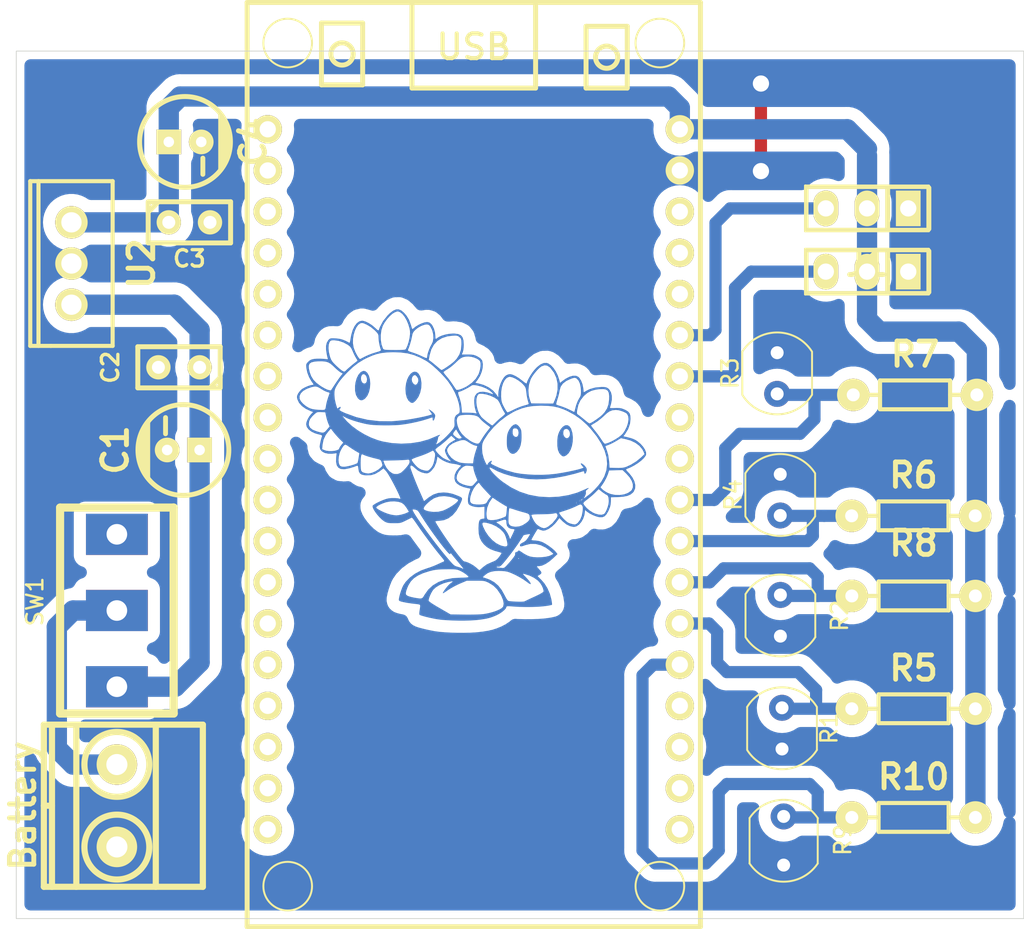
<source format=kicad_pcb>
(kicad_pcb (version 20221018) (generator pcbnew)
  (layers (0 "F.Cu" signal) (31 "B.Cu" signal) (34 "B.Paste" user) (35 "F.Paste" user) (36 "B.SilkS" user "B.Silkscreen") (37 "F.SilkS" user "F.Silkscreen") (38 "B.Mask" user) (39 "F.Mask" user) (44 "Edge.Cuts" user))
  (net 0 "")
  (net 1 "VCC")
  (net 2 "GND")
  (net 3 "+5V")
  (net 4 "/Servo Y")
  (net 5 "/Servo X")
  (net 6 "Net-(J3-Pin_1)")
  (net 7 "/LDR U.R")
  (net 8 "/LDR U.L")
  (net 9 "/LDR D.L")
  (net 10 "/LDR D.R")
  (net 39 "/LDR SetPoint")
  (footprint "EESTN5:BORNERA2" (layer "F.Cu") (at 120.7 121.24 -90)
    (fp_text reference "J3" hide)
    (fp_text value "Battery")
  )
  (footprint "OptoDevice:R_LDR_4.9x4.2mm_P2.54mm_Vertical" (layer "F.Cu") (at 161.59 103.34 90)
    (fp_text reference "R4")
    (fp_text value "LDR03")
  )
  (footprint "EESTN5:RES0.3" (layer "F.Cu") (at 169.81 121.95949)
    (fp_text reference "R10")
    (fp_text value "10k" hide)
  )
  (footprint "EESTN5:RES0.3" (layer "F.Cu") (at 169.9 95.9)
    (fp_text reference "R7")
    (fp_text value "10k" hide)
  )
  (footprint "EESTN5:Pin_Header_3" (layer "F.Cu") (at 166.94 84.4 180)
    (fp_text reference "J1")
    (fp_text value "Conn_01x03" hide)
  )
  (footprint "EESTN5:TO-220" (layer "F.Cu") (at 117.9 87.8 90)
    (fp_text reference "U2")
    (fp_text value "L7805" hide)
  )
  (footprint "EESTN5:SW_SPDT_TH_Vertical" (layer "F.Cu") (at 120.7 109.2)
    (fp_text reference "SW1")
    (fp_text value "SW_SPDT" hide)
  )
  (footprint "EESTN5:RES0.3" (layer "F.Cu") (at 169.81 115.25949)
    (fp_text reference "R5")
    (fp_text value "10k" hide)
  )
  (footprint "EESTN5:RES0.3" (layer "F.Cu") (at 169.81 108.3)
    (fp_text reference "R8")
    (fp_text value "10k" hide)
  )
  (footprint "OptoDevice:R_LDR_4.9x4.2mm_P2.54mm_Vertical" (layer "F.Cu") (at 161.7 115.2 -90)
    (fp_text reference "R1")
    (fp_text value "LDR03")
  )
  (footprint "EESTN5:CAP_ELEC_5x11mm" (layer "F.Cu") (at 124.8 99.3 90)
    (fp_text reference "C1")
    (fp_text value "100uF 25V" hide)
  )
  (footprint "OptoDevice:R_LDR_4.9x4.2mm_P2.54mm_Vertical" (layer "F.Cu") (at 161.4 95.84 90)
    (fp_text reference "R3")
    (fp_text value "LDR03")
  )
  (footprint "OptoDevice:R_LDR_4.9x4.2mm_P2.54mm_Vertical" (layer "F.Cu") (at 161.6 108.24 -90)
    (fp_text reference "R2")
    (fp_text value "LDR03")
  )
  (footprint "OptoDevice:R_LDR_5.0x4.1mm_P3mm_Vertical" (layer "F.Cu") (at 161.8 121.9 -90)
    (fp_text reference "R9")
    (fp_text value "LDR03")
  )
  (footprint "EESTN5:CAP_0.1" (layer "F.Cu") (at 125.17 85.26)
    (fp_text reference "C3")
    (fp_text value "100nF" hide)
  )
  (footprint "EESTN5:CAP_ELEC_5x11mm" (layer "F.Cu") (at 124.9 80.3 -90)
    (fp_text reference "C4")
    (fp_text value "10uF 16V" hide)
  )
  (footprint "EESTN5:CAP_0.1" (layer "F.Cu") (at 124.53 94.2 180)
    (fp_text reference "C2")
    (fp_text value "100nF" hide)
  )
  (footprint "EESTN5:RES0.3" (layer "F.Cu") (at 169.8 103.36)
    (fp_text reference "R6")
    (fp_text value "10k" hide)
  )
  (footprint "EESTN5:Pin_Header_3" (layer "F.Cu") (at 166.94 88.3 180)
    (fp_text reference "J2" hide)
    (fp_text value "Conn_01x03" hide)
  )
  (footprint "EESTN5:ESP32_DEVKIT_V1_DOIT" (layer "F.Cu") (at 142.7 102.38 90)
    (fp_text reference "U1" hide)
    (fp_text value "ESP32_DevKit_V1_DOIT" hide)
  )
  (footprint "sunflower pvz:Sunflower pvz" (layer "B.Cu") (at 142.5 100 180)
    (fp_text reference "G***" hide)
    (fp_text value "LOGO" hide)
  )
  (gr_rect (start 114.5 74.7) (end 176.6 128.2) (stroke (width 0.05)) (fill none) (layer "Edge.Cuts"))
  (segment (start 125.8 94.3) (end 125.9 94.2) (width 1.25) (layer "B.Cu") (net 1))
  (segment (start 124.3 113.9) (end 125.8 112.4) (width 1.25) (layer "B.Cu") (net 1))
  (segment (start 125.8 91.9) (end 125.8 94.2) (width 1.25) (layer "B.Cu") (net 1))
  (segment (start 120.7 113.9) (end 124.3 113.9) (width 1.25) (layer "B.Cu") (net 1))
  (segment (start 125.8 94.2) (end 125.8 99.3) (width 1.25) (layer "B.Cu") (net 1))
  (segment (start 117.9 90.34) (end 124.24 90.34) (width 1.25) (layer "B.Cu") (net 1))
  (segment (start 125.8 99.3) (end 125.8 112.4) (width 1.25) (layer "B.Cu") (net 1))
  (segment (start 124.24 90.34) (end 125.8 91.9) (width 1.25) (layer "B.Cu") (net 1))
  (segment (start 160.4 82.1) (end 160.4 76.7) (width 0.75) (layer "F.Cu") (net 2))
  (via (at 160.4 82.1) (size 1.2) (drill 1) (layers "F.Cu" "B.Cu") (net 2))
  (via (at 160.4 76.7) (size 1.2) (drill 1) (layers "F.Cu" "B.Cu") (net 2))
  (segment (start 172.6 92) (end 173.71 93.11) (width 1.25) (layer "B.Cu") (net 3))
  (segment (start 154.7 77.5) (end 155.4 78.2) (width 1.25) (layer "B.Cu") (net 3))
  (segment (start 173.61 108.29) (end 173.62 108.3) (width 1.25) (layer "B.Cu") (net 3))
  (segment (start 173.71 95.9) (end 173.71 103.26) (width 1.25) (layer "B.Cu") (net 3))
  (segment (start 166.94 88.3) (end 166.94 91.24) (width 1.25) (layer "B.Cu") (net 3))
  (segment (start 166.94 81.14) (end 166.94 88.3) (width 1.25) (layer "B.Cu") (net 3))
  (segment (start 173.71 103.26) (end 173.61 103.36) (width 1.25) (layer "B.Cu") (net 3))
  (segment (start 123.9 78.2) (end 124.6 77.5) (width 1.25) (layer "B.Cu") (net 3))
  (segment (start 123.9 85.26) (end 117.9 85.26) (width 1.25) (layer "B.Cu") (net 3))
  (segment (start 124.6 77.5) (end 154.7 77.5) (width 1.25) (layer "B.Cu") (net 3))
  (segment (start 155.4 79.52) (end 165.72 79.52) (width 1.25) (layer "B.Cu") (net 3))
  (segment (start 165.72 79.52) (end 166.94 80.74) (width 1.25) (layer "B.Cu") (net 3))
  (segment (start 155.4 78.2) (end 155.4 79.52) (width 1.25) (layer "B.Cu") (net 3))
  (segment (start 123.9 80.3) (end 123.9 78.2) (width 1.25) (layer "B.Cu") (net 3))
  (segment (start 123.9 85.26) (end 123.9 80.3) (width 1.25) (layer "B.Cu") (net 3))
  (segment (start 173.62 108.3) (end 173.62 115.25949) (width 1.25) (layer "B.Cu") (net 3))
  (segment (start 173.71 93.11) (end 173.71 95.9) (width 1.25) (layer "B.Cu") (net 3))
  (segment (start 173.61 103.36) (end 173.61 108.29) (width 1.25) (layer "B.Cu") (net 3))
  (segment (start 166.94 91.24) (end 167.7 92) (width 1.25) (layer "B.Cu") (net 3))
  (segment (start 167.7 92) (end 172.6 92) (width 1.25) (layer "B.Cu") (net 3))
  (segment (start 173.62 115.25949) (end 173.62 121.95949) (width 1.25) (layer "B.Cu") (net 3))
  (segment (start 157.6 85.3) (end 158.5 84.4) (width 0.75) (layer "B.Cu") (net 4))
  (segment (start 155.4 92.22) (end 157.28 92.22) (width 0.75) (layer "B.Cu") (net 4))
  (segment (start 158.5 84.4) (end 164.4 84.4) (width 0.75) (layer "B.Cu") (net 4))
  (segment (start 157.28 92.22) (end 157.6 91.9) (width 0.75) (layer "B.Cu") (net 4))
  (segment (start 157.6 91.9) (end 157.6 85.3) (width 0.75) (layer "B.Cu") (net 4))
  (segment (start 158.7 94.7) (end 158.64 94.76) (width 0.75) (layer "B.Cu") (net 5))
  (segment (start 158.8 94.6) (end 158.8 89.3) (width 0.75) (layer "B.Cu") (net 5))
  (segment (start 159.8 88.3) (end 164.4 88.3) (width 0.75) (layer "B.Cu") (net 5))
  (segment (start 158.8 89.3) (end 159.8 88.3) (width 0.75) (layer "B.Cu") (net 5))
  (segment (start 155.4 94.76) (end 158.64 94.76) (width 0.75) (layer "B.Cu") (net 5))
  (segment (start 158.64 94.76) (end 158.8 94.6) (width 0.75) (layer "B.Cu") (net 5))
  (segment (start 118 109.2) (end 120.7 109.2) (width 1.25) (layer "B.Cu") (net 6))
  (segment (start 117 117.7) (end 117 110.2) (width 1.25) (layer "B.Cu") (net 6))
  (segment (start 117 110.2) (end 118 109.2) (width 1.25) (layer "B.Cu") (net 6))
  (segment (start 118 118.7) (end 117 117.7) (width 1.25) (layer "B.Cu") (net 6))
  (segment (start 120.7 118.7) (end 118 118.7) (width 1.25) (layer "B.Cu") (net 6))
  (segment (start 158.3 113) (end 162.7 113) (width 0.75) (layer "B.Cu") (net 7))
  (segment (start 155.4 110) (end 157.2 110) (width 0.75) (layer "B.Cu") (net 7))
  (segment (start 162.7 113) (end 163.8 114.1) (width 0.75) (layer "B.Cu") (net 7))
  (segment (start 157.7 112.4) (end 158.3 113) (width 0.75) (layer "B.Cu") (net 7))
  (segment (start 163.8 114.1) (end 163.8 115.25949) (width 0.75) (layer "B.Cu") (net 7))
  (segment (start 157.2 110) (end 157.7 110.5) (width 0.75) (layer "B.Cu") (net 7))
  (segment (start 166 115.25949) (end 163.8 115.25949) (width 0.75) (layer "B.Cu") (net 7))
  (segment (start 161.75949 115.25949) (end 161.7 115.2) (width 0.75) (layer "B.Cu") (net 7))
  (segment (start 157.7 110.5) (end 157.7 112.4) (width 0.75) (layer "B.Cu") (net 7))
  (segment (start 163.8 115.25949) (end 161.75949 115.25949) (width 0.75) (layer "B.Cu") (net 7))
  (segment (start 163.4 106.6) (end 163.9 107.1) (width 0.75) (layer "B.Cu") (net 8))
  (segment (start 163.9 108.3) (end 161.66 108.3) (width 0.75) (layer "B.Cu") (net 8))
  (segment (start 163.9 107.1) (end 163.9 108.3) (width 0.75) (layer "B.Cu") (net 8))
  (segment (start 155.4 107.46) (end 157.24 107.46) (width 0.75) (layer "B.Cu") (net 8))
  (segment (start 161.66 108.3) (end 161.6 108.24) (width 0.75) (layer "B.Cu") (net 8))
  (segment (start 166 108.3) (end 163.9 108.3) (width 0.75) (layer "B.Cu") (net 8))
  (segment (start 158.1 106.6) (end 163.4 106.6) (width 0.75) (layer "B.Cu") (net 8))
  (segment (start 157.24 107.46) (end 158.1 106.6) (width 0.75) (layer "B.Cu") (net 8))
  (segment (start 166.09 95.9) (end 163.7 95.9) (width 0.75) (layer "B.Cu") (net 9))
  (segment (start 158.2 99.2) (end 159.1 98.3) (width 0.75) (layer "B.Cu") (net 9))
  (segment (start 163.7 97.4) (end 163.7 95.9) (width 0.75) (layer "B.Cu") (net 9))
  (segment (start 158.2 101.7) (end 158.2 99.2) (width 0.75) (layer "B.Cu") (net 9))
  (segment (start 157.52 102.38) (end 158.2 101.7) (width 0.75) (layer "B.Cu") (net 9))
  (segment (start 159.1 98.3) (end 162.8 98.3) (width 0.75) (layer "B.Cu") (net 9))
  (segment (start 163.7 95.9) (end 161.46 95.9) (width 0.75) (layer "B.Cu") (net 9))
  (segment (start 155.4 102.38) (end 157.52 102.38) (width 0.75) (layer "B.Cu") (net 9))
  (segment (start 161.46 95.9) (end 161.4 95.84) (width 0.75) (layer "B.Cu") (net 9))
  (segment (start 162.8 98.3) (end 163.7 97.4) (width 0.75) (layer "B.Cu") (net 9))
  (segment (start 163.7 103.36) (end 161.61 103.36) (width 0.75) (layer "B.Cu") (net 10))
  (segment (start 163.6 104.6) (end 163.6 103.46) (width 0.75) (layer "B.Cu") (net 10))
  (segment (start 163.9 103.36) (end 163.7 103.36) (width 0.75) (layer "B.Cu") (net 10))
  (segment (start 164.3 103.36) (end 163.9 103.36) (width 0.75) (layer "B.Cu") (net 10))
  (segment (start 161.62 103.66) (end 161.6 103.64) (width 0.75) (layer "B.Cu") (net 10))
  (segment (start 155.48 105) (end 155.4 104.92) (width 0.75) (layer "B.Cu") (net 10))
  (segment (start 155.4 104.92) (end 163.28 104.92) (width 0.75) (layer "B.Cu") (net 10))
  (segment (start 163.6 103.46) (end 163.7 103.36) (width 0.75) (layer "B.Cu") (net 10))
  (segment (start 165.99 103.36) (end 164.3 103.36) (width 0.75) (layer "B.Cu") (net 10))
  (segment (start 163.6 104.6) (end 163.28 104.92) (width 0.75) (layer "B.Cu") (net 10))
  (segment (start 157 124.8) (end 157.8 124) (width 0.75) (layer "B.Cu") (net 39))
  (segment (start 163.9 121.95949) (end 161.85949 121.95949) (width 0.75) (layer "B.Cu") (net 39))
  (segment (start 157.8 124) (end 157.8 120.4) (width 0.75) (layer "B.Cu") (net 39))
  (segment (start 166 121.95949) (end 163.9 121.95949) (width 0.75) (layer "B.Cu") (net 39))
  (segment (start 153.1 113.2) (end 153.1 124) (width 0.75) (layer "B.Cu") (net 39))
  (segment (start 155.4 112.54) (end 153.76 112.54) (width 0.75) (layer "B.Cu") (net 39))
  (segment (start 163.4 119.9) (end 163.9 120.4) (width 0.75) (layer "B.Cu") (net 39))
  (segment (start 161.85949 121.95949) (end 161.8 121.9) (width 0.75) (layer "B.Cu") (net 39))
  (segment (start 157.8 120.4) (end 158.3 119.9) (width 0.75) (layer "B.Cu") (net 39))
  (segment (start 158.3 119.9) (end 163.4 119.9) (width 0.75) (layer "B.Cu") (net 39))
  (segment (start 153.76 112.54) (end 153.1 113.2) (width 0.75) (layer "B.Cu") (net 39))
  (segment (start 153.9 124.8) (end 157 124.8) (width 0.75) (layer "B.Cu") (net 39))
  (segment (start 163.9 120.4) (end 163.9 121.95949) (width 0.75) (layer "B.Cu") (net 39))
  (segment (start 153.1 124) (end 153.9 124.8) (width 0.75) (layer "B.Cu") (net 39))
  (zone (net 2) (net_name "GND") (layer "B.Cu") (connect_pads yes (clearance 0.75)) (min_thickness 0.75) (fill yes (thermal_gap 1) (thermal_bridge_width 1))
    (polygon (pts (xy 114.6 74.7) (xy 176.6 74.6) (xy 176.3 128.2) (xy 114.6 128.1)))
  )
)
</source>
